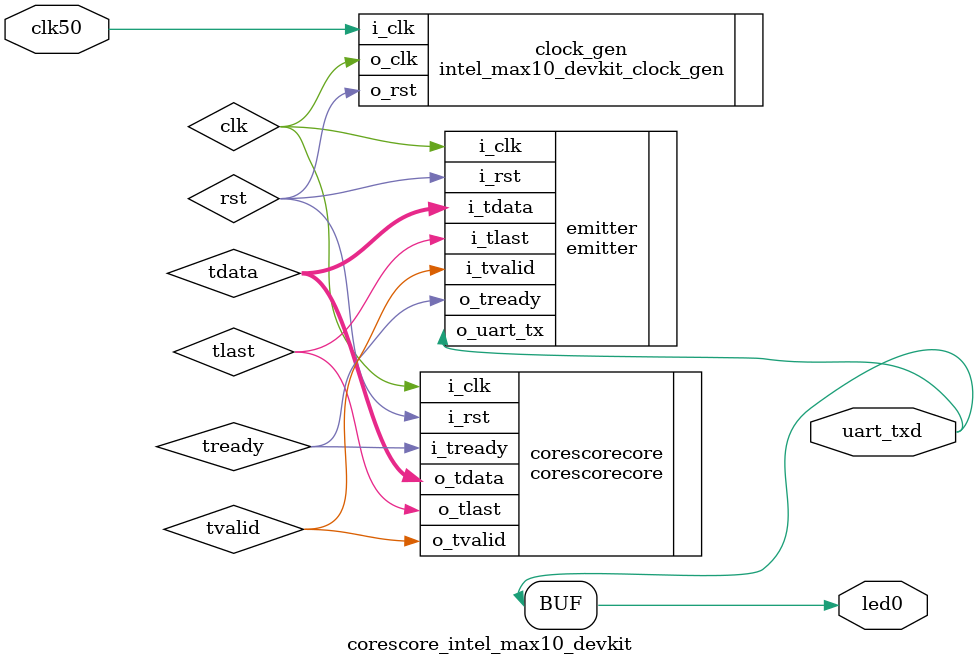
<source format=v>

`default_nettype none
module corescore_intel_max10_devkit
(
 input wire  clk50,
 output wire led0,
 output wire uart_txd);

   wire      clk;
   wire      rst;

   //Mirror UART output to LED
   assign led0 = uart_txd;

   intel_max10_devkit_clock_gen clock_gen
     (.i_clk (clk50),
      .o_clk (clk),
      .o_rst (rst));

   parameter memfile_emitter = "emitter.hex";

   wire [7:0]  tdata;
   wire        tlast;
   wire        tvalid;
   wire        tready;

   corescorecore corescorecore
     (.i_clk     (clk),
      .i_rst     (rst),
      .o_tdata   (tdata),
      .o_tlast   (tlast),
      .o_tvalid  (tvalid),
      .i_tready  (tready));

   emitter #(.memfile (memfile_emitter)) emitter
     (.i_clk     (clk),
      .i_rst     (rst),
      .i_tdata   (tdata),
      .i_tlast   (tlast),
      .i_tvalid  (tvalid),
      .o_tready  (tready),
      .o_uart_tx (uart_txd));

endmodule

</source>
